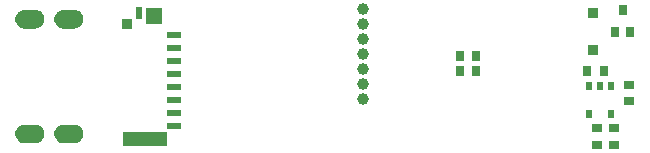
<source format=gbr>
G04 #@! TF.FileFunction,Paste,Bot*
%FSLAX46Y46*%
G04 Gerber Fmt 4.6, Leading zero omitted, Abs format (unit mm)*
G04 Created by KiCad (PCBNEW 4.0.7-e2-6376~58~ubuntu16.04.1) date Sun Feb  4 18:22:14 2018*
%MOMM*%
%LPD*%
G01*
G04 APERTURE LIST*
%ADD10C,0.100000*%
%ADD11C,0.127000*%
%ADD12R,0.949960X0.899160*%
%ADD13C,0.998220*%
%ADD14R,0.550000X0.800000*%
%ADD15R,0.700000X0.900000*%
%ADD16C,1.000000*%
%ADD17R,0.889000X0.762000*%
%ADD18R,0.762000X0.889000*%
%ADD19R,1.250000X0.600000*%
%ADD20R,3.750000X1.200000*%
%ADD21R,1.400000X1.450000*%
%ADD22R,0.600000X1.000000*%
%ADD23R,0.850000X0.950000*%
%ADD24O,2.300000X1.400000*%
G04 APERTURE END LIST*
D10*
D11*
G36*
X1300480Y7282180D02*
X2199640Y7282180D01*
X2334260Y7266940D01*
X2466340Y7228840D01*
X2588260Y7162800D01*
X2694940Y7076440D01*
X2781300Y6969760D01*
X2844800Y6850380D01*
X2885440Y6718300D01*
X2898140Y6581140D01*
X2885440Y6443980D01*
X2844800Y6314440D01*
X2781300Y6192520D01*
X2694940Y6085840D01*
X2588260Y5999480D01*
X2466340Y5933440D01*
X2334260Y5895340D01*
X2199640Y5880100D01*
X1300480Y5880100D01*
X1165860Y5895340D01*
X1033780Y5933440D01*
X911860Y5999480D01*
X805180Y6085840D01*
X718820Y6192520D01*
X655320Y6314440D01*
X614680Y6443980D01*
X601980Y6581140D01*
X614680Y6718300D01*
X655320Y6850380D01*
X718820Y6969760D01*
X805180Y7076440D01*
X911860Y7162800D01*
X1033780Y7228840D01*
X1165860Y7266940D01*
X1300480Y7282180D01*
X1300480Y7282180D01*
G37*
X1300480Y7282180D02*
X2199640Y7282180D01*
X2334260Y7266940D01*
X2466340Y7228840D01*
X2588260Y7162800D01*
X2694940Y7076440D01*
X2781300Y6969760D01*
X2844800Y6850380D01*
X2885440Y6718300D01*
X2898140Y6581140D01*
X2885440Y6443980D01*
X2844800Y6314440D01*
X2781300Y6192520D01*
X2694940Y6085840D01*
X2588260Y5999480D01*
X2466340Y5933440D01*
X2334260Y5895340D01*
X2199640Y5880100D01*
X1300480Y5880100D01*
X1165860Y5895340D01*
X1033780Y5933440D01*
X911860Y5999480D01*
X805180Y6085840D01*
X718820Y6192520D01*
X655320Y6314440D01*
X614680Y6443980D01*
X601980Y6581140D01*
X614680Y6718300D01*
X655320Y6850380D01*
X718820Y6969760D01*
X805180Y7076440D01*
X911860Y7162800D01*
X1033780Y7228840D01*
X1165860Y7266940D01*
X1300480Y7282180D01*
G36*
X1300480Y16979900D02*
X2199640Y16979900D01*
X2334260Y16964660D01*
X2466340Y16926560D01*
X2588260Y16860520D01*
X2694940Y16774160D01*
X2781300Y16667480D01*
X2844800Y16545560D01*
X2885440Y16416020D01*
X2898140Y16278860D01*
X2885440Y16141700D01*
X2844800Y16009620D01*
X2781300Y15890240D01*
X2694940Y15783560D01*
X2588260Y15697200D01*
X2466340Y15631160D01*
X2334260Y15593060D01*
X2199640Y15577820D01*
X1300480Y15577820D01*
X1165860Y15593060D01*
X1033780Y15631160D01*
X911860Y15697200D01*
X805180Y15783560D01*
X718820Y15890240D01*
X655320Y16009620D01*
X614680Y16141700D01*
X601980Y16278860D01*
X614680Y16416020D01*
X655320Y16545560D01*
X718820Y16667480D01*
X805180Y16774160D01*
X911860Y16860520D01*
X1033780Y16926560D01*
X1165860Y16964660D01*
X1300480Y16979900D01*
X1300480Y16979900D01*
G37*
X1300480Y16979900D02*
X2199640Y16979900D01*
X2334260Y16964660D01*
X2466340Y16926560D01*
X2588260Y16860520D01*
X2694940Y16774160D01*
X2781300Y16667480D01*
X2844800Y16545560D01*
X2885440Y16416020D01*
X2898140Y16278860D01*
X2885440Y16141700D01*
X2844800Y16009620D01*
X2781300Y15890240D01*
X2694940Y15783560D01*
X2588260Y15697200D01*
X2466340Y15631160D01*
X2334260Y15593060D01*
X2199640Y15577820D01*
X1300480Y15577820D01*
X1165860Y15593060D01*
X1033780Y15631160D01*
X911860Y15697200D01*
X805180Y15783560D01*
X718820Y15890240D01*
X655320Y16009620D01*
X614680Y16141700D01*
X601980Y16278860D01*
X614680Y16416020D01*
X655320Y16545560D01*
X718820Y16667480D01*
X805180Y16774160D01*
X911860Y16860520D01*
X1033780Y16926560D01*
X1165860Y16964660D01*
X1300480Y16979900D01*
G36*
X4599940Y7282180D02*
X5499100Y7282180D01*
X5636260Y7266940D01*
X5765800Y7228840D01*
X5887720Y7162800D01*
X5994400Y7076440D01*
X6080760Y6969760D01*
X6144260Y6850380D01*
X6184900Y6718300D01*
X6197600Y6581140D01*
X6184900Y6443980D01*
X6144260Y6314440D01*
X6080760Y6192520D01*
X5994400Y6085840D01*
X5887720Y5999480D01*
X5765800Y5933440D01*
X5636260Y5895340D01*
X5499100Y5880100D01*
X4599940Y5880100D01*
X4462780Y5895340D01*
X4330700Y5933440D01*
X4208780Y5999480D01*
X4104640Y6085840D01*
X4015740Y6192520D01*
X3952240Y6314440D01*
X3911600Y6443980D01*
X3898900Y6581140D01*
X3911600Y6718300D01*
X3952240Y6850380D01*
X4015740Y6969760D01*
X4104640Y7076440D01*
X4208780Y7162800D01*
X4330700Y7228840D01*
X4462780Y7266940D01*
X4599940Y7282180D01*
X4599940Y7282180D01*
G37*
X4599940Y7282180D02*
X5499100Y7282180D01*
X5636260Y7266940D01*
X5765800Y7228840D01*
X5887720Y7162800D01*
X5994400Y7076440D01*
X6080760Y6969760D01*
X6144260Y6850380D01*
X6184900Y6718300D01*
X6197600Y6581140D01*
X6184900Y6443980D01*
X6144260Y6314440D01*
X6080760Y6192520D01*
X5994400Y6085840D01*
X5887720Y5999480D01*
X5765800Y5933440D01*
X5636260Y5895340D01*
X5499100Y5880100D01*
X4599940Y5880100D01*
X4462780Y5895340D01*
X4330700Y5933440D01*
X4208780Y5999480D01*
X4104640Y6085840D01*
X4015740Y6192520D01*
X3952240Y6314440D01*
X3911600Y6443980D01*
X3898900Y6581140D01*
X3911600Y6718300D01*
X3952240Y6850380D01*
X4015740Y6969760D01*
X4104640Y7076440D01*
X4208780Y7162800D01*
X4330700Y7228840D01*
X4462780Y7266940D01*
X4599940Y7282180D01*
G36*
X4599940Y16979900D02*
X5499100Y16979900D01*
X5636260Y16964660D01*
X5765800Y16926560D01*
X5887720Y16860520D01*
X5994400Y16774160D01*
X6080760Y16667480D01*
X6144260Y16545560D01*
X6184900Y16416020D01*
X6197600Y16278860D01*
X6184900Y16141700D01*
X6144260Y16009620D01*
X6080760Y15890240D01*
X5994400Y15783560D01*
X5887720Y15697200D01*
X5765800Y15631160D01*
X5636260Y15593060D01*
X5499100Y15577820D01*
X4599940Y15577820D01*
X4462780Y15593060D01*
X4330700Y15631160D01*
X4208780Y15697200D01*
X4104640Y15783560D01*
X4015740Y15890240D01*
X3952240Y16009620D01*
X3911600Y16141700D01*
X3898900Y16278860D01*
X3911600Y16416020D01*
X3952240Y16545560D01*
X4015740Y16667480D01*
X4104640Y16774160D01*
X4208780Y16860520D01*
X4330700Y16926560D01*
X4462780Y16964660D01*
X4599940Y16979900D01*
X4599940Y16979900D01*
G37*
X4599940Y16979900D02*
X5499100Y16979900D01*
X5636260Y16964660D01*
X5765800Y16926560D01*
X5887720Y16860520D01*
X5994400Y16774160D01*
X6080760Y16667480D01*
X6144260Y16545560D01*
X6184900Y16416020D01*
X6197600Y16278860D01*
X6184900Y16141700D01*
X6144260Y16009620D01*
X6080760Y15890240D01*
X5994400Y15783560D01*
X5887720Y15697200D01*
X5765800Y15631160D01*
X5636260Y15593060D01*
X5499100Y15577820D01*
X4599940Y15577820D01*
X4462780Y15593060D01*
X4330700Y15631160D01*
X4208780Y15697200D01*
X4104640Y15783560D01*
X4015740Y15890240D01*
X3952240Y16009620D01*
X3911600Y16141700D01*
X3898900Y16278860D01*
X3911600Y16416020D01*
X3952240Y16545560D01*
X4015740Y16667480D01*
X4104640Y16774160D01*
X4208780Y16860520D01*
X4330700Y16926560D01*
X4462780Y16964660D01*
X4599940Y16979900D01*
D12*
X49403000Y13665200D03*
X49403000Y16814800D03*
D13*
X29972000Y13335000D03*
D14*
X49088000Y10623400D03*
X50038000Y10623400D03*
X50988000Y10623400D03*
X50988000Y8223400D03*
X49088000Y8223400D03*
D15*
X51943000Y17079000D03*
X51293000Y15179000D03*
X52593000Y15179000D03*
D16*
X29972000Y15875000D03*
X29972000Y17145000D03*
X29972000Y14605000D03*
X29972000Y12065000D03*
X29972000Y10795000D03*
X29972000Y9525000D03*
D17*
X51181000Y7048500D03*
X51181000Y5651500D03*
X52451000Y10731500D03*
X52451000Y9334500D03*
X49784000Y7048500D03*
X49784000Y5651500D03*
D18*
X48958500Y11938000D03*
X50355500Y11938000D03*
D19*
X13970000Y14962500D03*
X13970000Y13862500D03*
X13970000Y12762500D03*
X13970000Y11662500D03*
X13970000Y10562500D03*
X13970000Y9462500D03*
X13970000Y8362500D03*
X13970000Y7262500D03*
D20*
X11490000Y6112500D03*
D21*
X12245000Y16587500D03*
D22*
X10995000Y16812500D03*
D23*
X10020000Y15887500D03*
D18*
X38163500Y13208000D03*
X39560500Y13208000D03*
X39560500Y11938000D03*
X38163500Y11938000D03*
D24*
X1750060Y16278860D03*
X1750060Y6581140D03*
X5049520Y16278860D03*
X5049520Y6581140D03*
M02*

</source>
